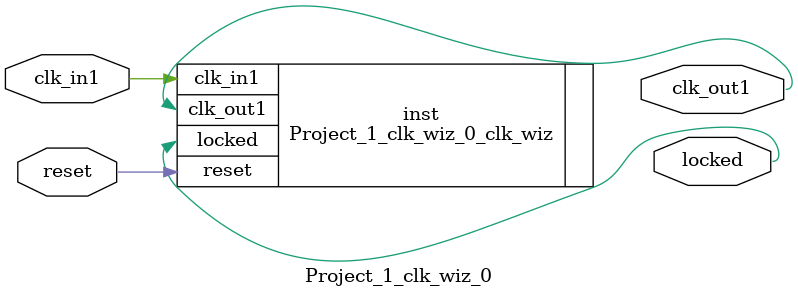
<source format=v>


`timescale 1ps/1ps

(* CORE_GENERATION_INFO = "Project_1_clk_wiz_0,clk_wiz_v6_0_6_0_0,{component_name=Project_1_clk_wiz_0,use_phase_alignment=true,use_min_o_jitter=false,use_max_i_jitter=false,use_dyn_phase_shift=false,use_inclk_switchover=false,use_dyn_reconfig=false,enable_axi=0,feedback_source=FDBK_AUTO,PRIMITIVE=MMCM,num_out_clk=1,clkin1_period=10.000,clkin2_period=10.000,use_power_down=false,use_reset=true,use_locked=true,use_inclk_stopped=false,feedback_type=SINGLE,CLOCK_MGR_TYPE=NA,manual_override=false}" *)

module Project_1_clk_wiz_0 
 (
  // Clock out ports
  output        clk_out1,
  // Status and control signals
  input         reset,
  output        locked,
 // Clock in ports
  input         clk_in1
 );

  Project_1_clk_wiz_0_clk_wiz inst
  (
  // Clock out ports  
  .clk_out1(clk_out1),
  // Status and control signals               
  .reset(reset), 
  .locked(locked),
 // Clock in ports
  .clk_in1(clk_in1)
  );

endmodule

</source>
